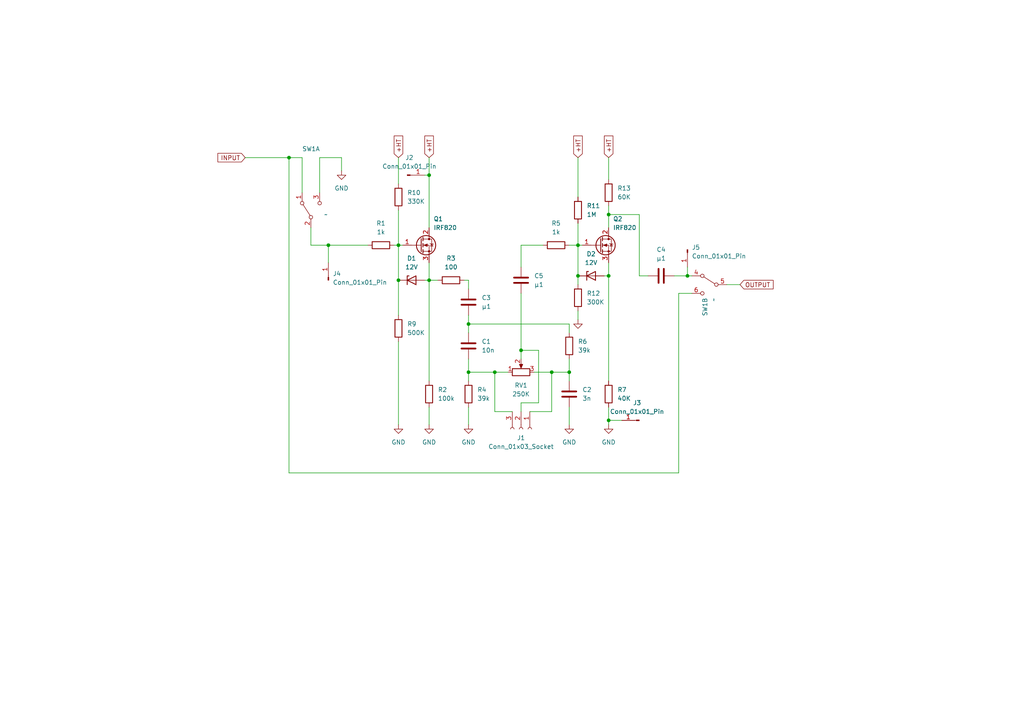
<source format=kicad_sch>
(kicad_sch (version 20230121) (generator eeschema)
  (paper "A4")
  (lib_symbols
    (symbol "Connector:Conn_01x01_Pin" (pin_names (offset 1.016) hide)
      (property "Reference" "J" (at 0 2.54 0))
      (property "Value" "Conn_01x01_Pin" (at 0 -2.54 0))
      (symbol "Conn_01x01_Pin_1_1"
        (polyline (pts (xy 1.27 0) (xy 0.8636 0)) (stroke (width 0.1524)))
        (rectangle (start 0.8636 0.127) (end 0 -0.127) (stroke (width 0.1524)) (fill (type outline)))
        (pin passive line (at 5.08 0 180) (length 3.81) (name "Pin_1") (number "1"))
      )
    )
    (symbol "Connector:Conn_01x03_Socket" (pin_names (offset 1.016) hide)
      (property "Reference" "J" (at 0 5.08 0))
      (property "Value" "Conn_01x03_Socket" (at 0 -5.08 0))
      (symbol "Conn_01x03_Socket_1_1"
        (arc (start 0 -2.032) (mid -0.5058 -2.54) (end 0 -3.048) (stroke (width 0.1524)))
        (polyline (pts (xy -1.27 -2.54) (xy -0.508 -2.54)) (stroke (width 0.1524)))
        (polyline (pts (xy -1.27 0) (xy -0.508 0)) (stroke (width 0.1524)))
        (polyline (pts (xy -1.27 2.54) (xy -0.508 2.54)) (stroke (width 0.1524)))
        (arc (start 0 0.508) (mid -0.5058 0) (end 0 -0.508) (stroke (width 0.1524)))
        (arc (start 0 3.048) (mid -0.5058 2.54) (end 0 2.032) (stroke (width 0.1524)))
        (pin passive line (at -5.08 2.54 0) (length 3.81) (name "Pin_1") (number "1"))
        (pin passive line (at -5.08 0 0) (length 3.81) (name "Pin_2") (number "2"))
        (pin passive line (at -5.08 -2.54 0) (length 3.81) (name "Pin_3") (number "3"))
      )
    )
    (symbol "Device:C" (pin_numbers hide) (pin_names (offset 0.254))
      (property "Reference" "C" (at 0.635 2.54 0))
      (property "Value" "C" (at 0.635 -2.54 0))
      (symbol "C_0_1"
        (polyline (pts (xy -2.032 -0.762) (xy 2.032 -0.762)) (stroke (width 0.508)))
        (polyline (pts (xy -2.032 0.762) (xy 2.032 0.762)) (stroke (width 0.508)))
      )
      (symbol "C_1_1"
        (pin passive line (at 0 3.81 270) (length 2.794) (name "~") (number "1"))
        (pin passive line (at 0 -3.81 90) (length 2.794) (name "~") (number "2"))
      )
    )
    (symbol "Device:D_Zener" (pin_numbers hide) (pin_names (offset 1.016) hide)
      (property "Reference" "D" (at 0 2.54 0))
      (property "Value" "D_Zener" (at 0 -2.54 0))
      (symbol "D_Zener_0_1"
        (polyline (pts (xy 1.27 0) (xy -1.27 0)))
        (polyline (pts (xy -1.27 -1.27) (xy -1.27 1.27) (xy -0.762 1.27)) (stroke (width 0.254)))
        (polyline (pts (xy 1.27 -1.27) (xy 1.27 1.27) (xy -1.27 0) (xy 1.27 -1.27)) (stroke (width 0.254)))
      )
      (symbol "D_Zener_1_1"
        (pin passive line (at -3.81 0 0) (length 2.54) (name "K") (number "1"))
        (pin passive line (at 3.81 0 180) (length 2.54) (name "A") (number "2"))
      )
    )
    (symbol "Device:R" (pin_numbers hide) (pin_names (offset 0))
      (property "Reference" "R" (at 2.032 0 90))
      (property "Value" "R" (at 0 0 90))
      (symbol "R_0_1"
        (rectangle (start -1.016 -2.54) (end 1.016 2.54) (stroke (width 0.254)))
      )
      (symbol "R_1_1"
        (pin passive line (at 0 3.81 270) (length 1.27) (name "~") (number "1"))
        (pin passive line (at 0 -3.81 90) (length 1.27) (name "~") (number "2"))
      )
    )
    (symbol "Device:R_Potentiometer" (pin_names (offset 1.016) hide)
      (property "Reference" "RV" (at -4.445 0 90))
      (property "Value" "R_Potentiometer" (at -2.54 0 90))
      (symbol "R_Potentiometer_0_1"
        (polyline (pts (xy 2.54 0) (xy 1.524 0)))
        (polyline (pts (xy 1.143 0) (xy 2.286 0.508) (xy 2.286 -0.508) (xy 1.143 0)) (fill (type outline)))
        (rectangle (start 1.016 2.54) (end -1.016 -2.54) (stroke (width 0.254)))
      )
      (symbol "R_Potentiometer_1_1"
        (pin passive line (at 0 3.81 270) (length 1.27) (name "1") (number "1"))
        (pin passive line (at 3.81 0 180) (length 1.27) (name "2") (number "2"))
        (pin passive line (at 0 -3.81 90) (length 1.27) (name "3") (number "3"))
      )
    )
    (symbol "Switch:SW_DPDT_x2" (pin_names (offset 0) hide)
      (property "Reference" "SW" (at 0 4.318 0))
      (property "Value" "SW_DPDT_x2" (at 0 -5.08 0))
      (symbol "SW_DPDT_x2_0_0"
        (circle (center -2.032 0) (radius 0.508))
        (circle (center 2.032 -2.54) (radius 0.508))
      )
      (symbol "SW_DPDT_x2_0_1"
        (polyline (pts (xy -1.524 0.254) (xy 1.651 2.286)))
        (circle (center 2.032 2.54) (radius 0.508))
      )
      (symbol "SW_DPDT_x2_1_1"
        (pin passive line (at 5.08 2.54 180) (length 2.54) (name "A") (number "1"))
        (pin passive line (at -5.08 0 0) (length 2.54) (name "B") (number "2"))
        (pin passive line (at 5.08 -2.54 180) (length 2.54) (name "C") (number "3"))
      )
      (symbol "SW_DPDT_x2_2_1"
        (pin passive line (at 5.08 2.54 180) (length 2.54) (name "A") (number "4"))
        (pin passive line (at -5.08 0 0) (length 2.54) (name "B") (number "5"))
        (pin passive line (at 5.08 -2.54 180) (length 2.54) (name "C") (number "6"))
      )
    )
    (symbol "Transistor_FET:IRF740" (pin_names hide)
      (property "Reference" "Q" (at 6.35 1.905 0))
      (property "Value" "IRF740" (at 6.35 0 0))
      (symbol "IRF740_0_1"
        (polyline (pts (xy 0.254 0) (xy -2.54 0)))
        (polyline (pts (xy 0.254 1.905) (xy 0.254 -1.905)) (stroke (width 0.254)))
        (polyline (pts (xy 0.762 -1.27) (xy 0.762 -2.286)) (stroke (width 0.254)))
        (polyline (pts (xy 0.762 0.508) (xy 0.762 -0.508)) (stroke (width 0.254)))
        (polyline (pts (xy 0.762 2.286) (xy 0.762 1.27)) (stroke (width 0.254)))
        (polyline (pts (xy 2.54 2.54) (xy 2.54 1.778)))
        (polyline (pts (xy 2.54 -2.54) (xy 2.54 0) (xy 0.762 0)))
        (polyline (pts (xy 0.762 -1.778) (xy 3.302 -1.778) (xy 3.302 1.778) (xy 0.762 1.778)))
        (polyline (pts (xy 1.016 0) (xy 2.032 0.381) (xy 2.032 -0.381) (xy 1.016 0)) (fill (type outline)))
        (polyline (pts (xy 2.794 0.508) (xy 2.921 0.381) (xy 3.683 0.381) (xy 3.81 0.254)))
        (polyline (pts (xy 3.302 0.381) (xy 2.921 -0.254) (xy 3.683 -0.254) (xy 3.302 0.381)))
        (circle (center 1.651 0) (radius 2.794) (stroke (width 0.254)))
        (circle (center 2.54 -1.778) (radius 0.254) (fill (type outline)))
        (circle (center 2.54 1.778) (radius 0.254) (fill (type outline)))
      )
      (symbol "IRF740_1_1"
        (pin input line (at -5.08 0 0) (length 2.54) (name "G") (number "1"))
        (pin passive line (at 2.54 5.08 270) (length 2.54) (name "D") (number "2"))
        (pin passive line (at 2.54 -5.08 90) (length 2.54) (name "S") (number "3"))
      )
    )
    (symbol "power:GND" (power) (pin_names (offset 0))
      (property "Value" "GND" (at 0 -3.81 0))
      (symbol "GND_0_1"
        (polyline (pts (xy 0 0) (xy 0 -1.27) (xy 1.27 -1.27) (xy 0 -2.54) (xy -1.27 -1.27) (xy 0 -1.27)))
      )
      (symbol "GND_1_1"
        (pin power_in line (at 0 0 270) (length 0) hide (name "GND") (number "1"))
      )
    )
  )
  (junction (at 135.89 93.98))
  (junction (at 167.64 80.01))
  (junction (at 135.89 107.95))
  (junction (at 165.1 107.95))
  (junction (at 143.51 107.95))
  (junction (at 83.82 45.72))
  (junction (at 176.53 80.01))
  (junction (at 167.64 71.12))
  (junction (at 115.57 71.12))
  (junction (at 95.25 71.12))
  (junction (at 160.02 107.95))
  (junction (at 199.39 80.01))
  (junction (at 124.46 50.8))
  (junction (at 115.57 81.28))
  (junction (at 176.53 62.23))
  (junction (at 124.46 81.28))
  (junction (at 176.53 121.92))
  (junction (at 151.13 101.6))
  (wire (pts (xy 176.53 59.69) (xy 176.53 62.23)))
  (wire (pts (xy 124.46 50.8) (xy 124.46 66.04)))
  (wire (pts (xy 156.21 101.6) (xy 151.13 101.6)))
  (wire (pts (xy 83.82 45.72) (xy 83.82 137.16)))
  (wire (pts (xy 143.51 119.38) (xy 143.51 107.95)))
  (wire (pts (xy 115.57 81.28) (xy 115.57 91.44)))
  (wire (pts (xy 87.63 45.72) (xy 87.63 55.88)))
  (wire (pts (xy 106.68 71.12) (xy 95.25 71.12)))
  (wire (pts (xy 151.13 101.6) (xy 151.13 104.14)))
  (wire (pts (xy 151.13 119.38) (xy 151.13 116.84)))
  (wire (pts (xy 99.06 45.72) (xy 99.06 49.53)))
  (wire (pts (xy 135.89 93.98) (xy 165.1 93.98)))
  (wire (pts (xy 115.57 99.06) (xy 115.57 123.19)))
  (wire (pts (xy 135.89 107.95) (xy 135.89 110.49)))
  (wire (pts (xy 199.39 80.01) (xy 200.66 80.01)))
  (wire (pts (xy 154.94 107.95) (xy 160.02 107.95)))
  (wire (pts (xy 176.53 76.2) (xy 176.53 80.01)))
  (wire (pts (xy 124.46 81.28) (xy 124.46 110.49)))
  (wire (pts (xy 115.57 45.72) (xy 115.57 53.34)))
  (wire (pts (xy 185.42 62.23) (xy 176.53 62.23)))
  (wire (pts (xy 95.25 71.12) (xy 90.17 71.12)))
  (wire (pts (xy 135.89 81.28) (xy 135.89 83.82)))
  (wire (pts (xy 151.13 71.12) (xy 151.13 77.47)))
  (wire (pts (xy 167.64 80.01) (xy 167.64 82.55)))
  (wire (pts (xy 135.89 81.28) (xy 134.62 81.28)))
  (wire (pts (xy 167.64 64.77) (xy 167.64 71.12)))
  (wire (pts (xy 176.53 62.23) (xy 176.53 66.04)))
  (wire (pts (xy 114.3 71.12) (xy 115.57 71.12)))
  (wire (pts (xy 123.19 81.28) (xy 124.46 81.28)))
  (wire (pts (xy 124.46 118.11) (xy 124.46 123.19)))
  (wire (pts (xy 156.21 116.84) (xy 156.21 101.6)))
  (wire (pts (xy 165.1 104.14) (xy 165.1 107.95)))
  (wire (pts (xy 83.82 45.72) (xy 87.63 45.72)))
  (wire (pts (xy 176.53 121.92) (xy 180.34 121.92)))
  (wire (pts (xy 160.02 107.95) (xy 165.1 107.95)))
  (wire (pts (xy 176.53 118.11) (xy 176.53 121.92)))
  (wire (pts (xy 167.64 90.17) (xy 167.64 92.71)))
  (wire (pts (xy 123.19 50.8) (xy 124.46 50.8)))
  (wire (pts (xy 165.1 71.12) (xy 167.64 71.12)))
  (wire (pts (xy 167.64 71.12) (xy 168.91 71.12)))
  (wire (pts (xy 71.12 45.72) (xy 83.82 45.72)))
  (wire (pts (xy 135.89 91.44) (xy 135.89 93.98)))
  (wire (pts (xy 124.46 81.28) (xy 127 81.28)))
  (wire (pts (xy 115.57 71.12) (xy 116.84 71.12)))
  (wire (pts (xy 185.42 80.01) (xy 185.42 62.23)))
  (wire (pts (xy 210.82 82.55) (xy 214.63 82.55)))
  (wire (pts (xy 196.85 137.16) (xy 83.82 137.16)))
  (wire (pts (xy 157.48 71.12) (xy 151.13 71.12)))
  (wire (pts (xy 95.25 71.12) (xy 95.25 76.2)))
  (wire (pts (xy 165.1 107.95) (xy 165.1 110.49)))
  (wire (pts (xy 195.58 80.01) (xy 199.39 80.01)))
  (wire (pts (xy 176.53 80.01) (xy 176.53 110.49)))
  (wire (pts (xy 167.64 45.72) (xy 167.64 57.15)))
  (wire (pts (xy 185.42 80.01) (xy 187.96 80.01)))
  (wire (pts (xy 175.26 80.01) (xy 176.53 80.01)))
  (wire (pts (xy 199.39 77.47) (xy 199.39 80.01)))
  (wire (pts (xy 165.1 93.98) (xy 165.1 96.52)))
  (wire (pts (xy 153.67 119.38) (xy 160.02 119.38)))
  (wire (pts (xy 200.66 85.09) (xy 196.85 85.09)))
  (wire (pts (xy 135.89 107.95) (xy 143.51 107.95)))
  (wire (pts (xy 124.46 76.2) (xy 124.46 81.28)))
  (wire (pts (xy 135.89 96.52) (xy 135.89 93.98)))
  (wire (pts (xy 135.89 118.11) (xy 135.89 123.19)))
  (wire (pts (xy 196.85 85.09) (xy 196.85 137.16)))
  (wire (pts (xy 92.71 45.72) (xy 99.06 45.72)))
  (wire (pts (xy 115.57 71.12) (xy 115.57 81.28)))
  (wire (pts (xy 124.46 45.72) (xy 124.46 50.8)))
  (wire (pts (xy 176.53 45.72) (xy 176.53 52.07)))
  (wire (pts (xy 165.1 118.11) (xy 165.1 123.19)))
  (wire (pts (xy 115.57 60.96) (xy 115.57 71.12)))
  (wire (pts (xy 90.17 66.04) (xy 90.17 71.12)))
  (wire (pts (xy 151.13 85.09) (xy 151.13 101.6)))
  (wire (pts (xy 176.53 121.92) (xy 176.53 123.19)))
  (wire (pts (xy 92.71 45.72) (xy 92.71 55.88)))
  (wire (pts (xy 135.89 104.14) (xy 135.89 107.95)))
  (wire (pts (xy 143.51 107.95) (xy 147.32 107.95)))
  (wire (pts (xy 167.64 71.12) (xy 167.64 80.01)))
  (wire (pts (xy 151.13 116.84) (xy 156.21 116.84)))
  (wire (pts (xy 148.59 119.38) (xy 143.51 119.38)))
  (wire (pts (xy 160.02 119.38) (xy 160.02 107.95)))
  (global_label "OUTPUT" (shape input) (at 214.63 82.55 0) (property "Intersheetrefs" "${INTERSHEET_REFS}" (effects hide)))
  (global_label "+HT" (shape input) (at 167.64 45.72 90) (property "Intersheetrefs" "${INTERSHEET_REFS}" (effects hide)))
  (global_label "+HT" (shape input) (at 176.53 45.72 90) (property "Intersheetrefs" "${INTERSHEET_REFS}" (effects hide)))
  (global_label "+HT" (shape input) (at 124.46 45.72 90) (property "Intersheetrefs" "${INTERSHEET_REFS}" (effects hide)))
  (global_label "+HT" (shape input) (at 115.57 45.72 90) (property "Intersheetrefs" "${INTERSHEET_REFS}" (effects hide)))
  (global_label "INPUT" (shape input) (at 71.12 45.72 180) (property "Intersheetrefs" "${INTERSHEET_REFS}" (effects hide)))
  (symbol (lib_id "Device:R") (at 167.64 60.96 0) (unit 1)
    (property "Reference" "R11" (at 170.18 59.69 0) (effects (justify left)))
    (property "Value" "1M" (at 170.18 62.23 0) (effects (justify left)))
    (property "Footprint" "Resistor_THT:R_Axial_DIN0414_L11.9mm_D4.5mm_P5.08mm_Vertical" (effects hide))
    (property "Sim.Device" "R" (effects hide))
    (property "Sim.Pins" "1=+ 2=-" (effects hide))
  )
  (symbol (lib_id "Device:R") (at 115.57 57.15 0) (unit 1)
    (property "Reference" "R10" (at 118.11 55.88 0) (effects (justify left)))
    (property "Value" "330K" (at 118.11 58.42 0) (effects (justify left)))
    (property "Footprint" "Resistor_THT:R_Axial_DIN0414_L11.9mm_D4.5mm_P5.08mm_Vertical" (effects hide))
    (property "Sim.Device" "R" (effects hide))
    (property "Sim.Pins" "1=+ 2=-" (effects hide))
  )
  (symbol (lib_id "Transistor_FET:IRF740") (at 173.99 71.12 0) (unit 1)
    (property "Reference" "Q2" (at 177.8 63.5 0) (effects (justify left)))
    (property "Value" "IRF820" (at 177.8 66.04 0) (effects (justify left)))
    (property "Footprint" "Package_TO_SOT_THT:TO-220-3_Vertical" (effects hide))
    (property "Datasheet" "http://www.vishay.com/docs/91054/91054.pdf" (effects hide))
    (property "Sim.Device" "NMOS" (effects hide))
    (property "Sim.Type" "VDMOS" (effects hide))
    (property "Sim.Pins" "1=G 2=D 3=S" (effects hide))
  )
  (symbol (lib_id "Device:R") (at 176.53 114.3 0) (unit 1)
    (property "Reference" "R7" (at 179.07 113.03 0) (effects (justify left)))
    (property "Value" "40K" (at 179.07 115.57 0) (effects (justify left)))
    (property "Footprint" "Resistor_THT:R_Axial_DIN0414_L11.9mm_D4.5mm_P5.08mm_Vertical" (effects hide))
    (property "Sim.Device" "R" (effects hide))
    (property "Sim.Pins" "1=+ 2=-" (effects hide))
  )
  (symbol (lib_id "Device:R") (at 110.49 71.12 90) (unit 1)
    (property "Reference" "R1" (at 110.49 64.77 90))
    (property "Value" "1k" (at 110.49 67.31 90))
    (property "Footprint" "Resistor_THT:R_Axial_DIN0414_L11.9mm_D4.5mm_P5.08mm_Vertical" (effects hide))
    (property "Sim.Device" "R" (effects hide))
    (property "Sim.Pins" "1=+ 2=-" (effects hide))
  )
  (symbol (lib_id "Device:D_Zener") (at 171.45 80.01 0) (unit 1)
    (property "Reference" "D2" (at 171.45 73.66 0))
    (property "Value" "12V" (at 171.45 76.2 0))
    (property "Footprint" "Diode_THT:D_T-1_P5.08mm_Horizontal" (effects hide))
    (property "Sim.Device" "D" (effects hide))
    (property "Sim.Pins" "1=A 2=K" (effects hide))
  )
  (symbol (lib_id "power:GND") (at 176.53 123.19 0) (unit 1)
    (property "Reference" "#PWR05" (effects hide))
    (property "Value" "GND" (at 176.53 128.27 0))
  )
  (symbol (lib_id "Device:R") (at 135.89 114.3 0) (unit 1)
    (property "Reference" "R4" (at 138.43 113.03 0) (effects (justify left)))
    (property "Value" "39k" (at 138.43 115.57 0) (effects (justify left)))
    (property "Footprint" "Resistor_THT:R_Axial_DIN0414_L11.9mm_D4.5mm_P5.08mm_Vertical" (effects hide))
    (property "Sim.Device" "R" (effects hide))
    (property "Sim.Pins" "1=+ 2=-" (effects hide))
  )
  (symbol (lib_id "Device:C") (at 151.13 81.28 180) (unit 1)
    (property "Reference" "C5" (at 154.94 80.01 0) (effects (justify right)))
    (property "Value" "µ1" (at 154.94 82.55 0) (effects (justify right)))
    (property "Footprint" "Capacitor_THT:C_Disc_D12.5mm_W5.0mm_P7.50mm" (effects hide))
    (property "Sim.Device" "C" (effects hide))
    (property "Sim.Type" "=" (effects hide))
    (property "Sim.Params" "c=µ1" (effects hide))
    (property "Sim.Pins" "1=+ 2=-" (effects hide))
  )
  (symbol (lib_id "Connector:Conn_01x01_Pin") (at 118.11 50.8 0) (unit 1)
    (property "Reference" "J2" (at 118.745 45.72 0))
    (property "Value" "Conn_01x01_Pin" (at 118.745 48.26 0))
    (property "Footprint" "Connector_Wire:SolderWire-0.1sqmm_1x01_D0.4mm_OD1mm" (effects hide))
  )
  (symbol (lib_id "power:GND") (at 167.64 92.71 0) (unit 1)
    (property "Reference" "#PWR07" (effects hide))
    (property "Value" "GND" (effects hide))
  )
  (symbol (lib_id "Device:D_Zener") (at 119.38 81.28 0) (unit 1)
    (property "Reference" "D1" (at 119.38 74.93 0))
    (property "Value" "12V" (at 119.38 77.47 0))
    (property "Footprint" "Diode_THT:D_T-1_P5.08mm_Horizontal" (effects hide))
    (property "Sim.Device" "D" (effects hide))
    (property "Sim.Pins" "1=A 2=K" (effects hide))
  )
  (symbol (lib_id "Connector:Conn_01x03_Socket") (at 151.13 124.46 270) (unit 1)
    (property "Reference" "J1" (at 151.13 127 90))
    (property "Value" "Conn_01x03_Socket" (at 151.13 129.54 90))
    (property "Footprint" "Connector_Wire:SolderWire-0.1sqmm_1x03_P3.6mm_D0.4mm_OD1mm" (effects hide))
  )
  (symbol (lib_id "power:GND") (at 135.89 123.19 0) (unit 1)
    (property "Reference" "#PWR03" (effects hide))
    (property "Value" "GND" (at 135.89 128.27 0))
  )
  (symbol (lib_id "Switch:SW_DPDT_x2") (at 205.74 82.55 0) (mirror y) (unit 2) (on_board no)
    (property "Reference" "SW1" (at 204.47 86.36 90) (effects (justify right)))
    (property "Value" "~" (at 207.01 86.36 90) (effects (justify right)))
    (property "Footprint" "Button_Switch_THT:SW_E-Switch_EG2219_DPDT_Angled" (effects hide))
    (property "Sim.Enable" "0" (effects hide))
  )
  (symbol (lib_id "Device:R_Potentiometer") (at 151.13 107.95 90) (unit 1) (on_board no)
    (property "Reference" "RV1" (at 151.13 111.76 90))
    (property "Value" "250K" (at 151.13 114.3 90))
    (property "Footprint" "Potentiometer_THT:Potentiometer_Alps_RK09L_Single_Horizontal" (effects hide))
    (property "Sim.Device" "R" (effects hide))
    (property "Sim.Type" "POT" (effects hide))
    (property "Sim.Pins" "1=r0 2=wiper 3=r1" (effects hide))
    (property "Sim.Params" "r=\"\"" (effects hide))
  )
  (symbol (lib_id "Device:R") (at 176.53 55.88 0) (unit 1)
    (property "Reference" "R13" (at 179.07 54.61 0) (effects (justify left)))
    (property "Value" "60K" (at 179.07 57.15 0) (effects (justify left)))
    (property "Footprint" "Resistor_THT:R_Axial_DIN0414_L11.9mm_D4.5mm_P5.08mm_Vertical" (effects hide))
    (property "Sim.Device" "R" (effects hide))
    (property "Sim.Pins" "1=+ 2=-" (effects hide))
  )
  (symbol (lib_id "power:GND") (at 124.46 123.19 0) (unit 1)
    (property "Reference" "#PWR02" (effects hide))
    (property "Value" "GND" (at 124.46 128.27 0))
  )
  (symbol (lib_id "Device:R") (at 115.57 95.25 0) (unit 1)
    (property "Reference" "R9" (at 118.11 93.98 0) (effects (justify left)))
    (property "Value" "500K" (at 118.11 96.52 0) (effects (justify left)))
    (property "Footprint" "Resistor_THT:R_Axial_DIN0414_L11.9mm_D4.5mm_P5.08mm_Vertical" (effects hide))
    (property "Sim.Device" "R" (effects hide))
    (property "Sim.Pins" "1=+ 2=-" (effects hide))
  )
  (symbol (lib_id "power:GND") (at 99.06 49.53 0) (unit 1)
    (property "Reference" "#PWR01" (effects hide))
    (property "Value" "GND" (at 99.06 54.61 0))
  )
  (symbol (lib_id "Connector:Conn_01x01_Pin") (at 199.39 72.39 270) (unit 1)
    (property "Reference" "J5" (at 200.66 71.755 90) (effects (justify left)))
    (property "Value" "Conn_01x01_Pin" (at 200.66 74.295 90) (effects (justify left)))
    (property "Footprint" "Connector_Wire:SolderWire-0.1sqmm_1x01_D0.4mm_OD1mm" (effects hide))
  )
  (symbol (lib_id "Device:R") (at 124.46 114.3 0) (unit 1)
    (property "Reference" "R2" (at 127 113.03 0) (effects (justify left)))
    (property "Value" "100k" (at 127 115.57 0) (effects (justify left)))
    (property "Footprint" "Resistor_THT:R_Axial_DIN0414_L11.9mm_D4.5mm_P5.08mm_Vertical" (effects hide))
    (property "Sim.Device" "R" (effects hide))
    (property "Sim.Pins" "1=+ 2=-" (effects hide))
  )
  (symbol (lib_id "Device:C") (at 135.89 100.33 180) (unit 1)
    (property "Reference" "C1" (at 139.7 99.06 0) (effects (justify right)))
    (property "Value" "10n" (at 139.7 101.6 0) (effects (justify right)))
    (property "Footprint" "Capacitor_THT:C_Disc_D12.5mm_W5.0mm_P7.50mm" (effects hide))
    (property "Sim.Device" "C" (effects hide))
    (property "Sim.Pins" "1=+ 2=-" (effects hide))
  )
  (symbol (lib_id "Device:C") (at 165.1 114.3 180) (unit 1)
    (property "Reference" "C2" (at 168.91 113.03 0) (effects (justify right)))
    (property "Value" "3n" (at 168.91 115.57 0) (effects (justify right)))
    (property "Footprint" "Capacitor_THT:C_Disc_D12.5mm_W5.0mm_P7.50mm" (effects hide))
    (property "Sim.Device" "C" (effects hide))
    (property "Sim.Pins" "1=+ 2=-" (effects hide))
  )
  (symbol (lib_id "Device:R") (at 167.64 86.36 0) (unit 1)
    (property "Reference" "R12" (at 170.18 85.09 0) (effects (justify left)))
    (property "Value" "300K" (at 170.18 87.63 0) (effects (justify left)))
    (property "Footprint" "Resistor_THT:R_Axial_DIN0414_L11.9mm_D4.5mm_P5.08mm_Vertical" (effects hide))
    (property "Sim.Device" "R" (effects hide))
    (property "Sim.Pins" "1=+ 2=-" (effects hide))
  )
  (symbol (lib_id "power:GND") (at 115.57 123.19 0) (unit 1)
    (property "Reference" "#PWR06" (effects hide))
    (property "Value" "GND" (at 115.57 128.27 0))
  )
  (symbol (lib_id "Device:C") (at 191.77 80.01 270) (unit 1)
    (property "Reference" "C4" (at 191.77 72.39 90))
    (property "Value" "µ1" (at 191.77 74.93 90))
    (property "Footprint" "Capacitor_THT:C_Disc_D12.5mm_W5.0mm_P7.50mm" (effects hide))
    (property "Sim.Device" "C" (effects hide))
    (property "Sim.Type" "=" (effects hide))
    (property "Sim.Params" "c=µ1" (effects hide))
    (property "Sim.Pins" "1=+ 2=-" (effects hide))
  )
  (symbol (lib_id "Device:R") (at 161.29 71.12 90) (unit 1)
    (property "Reference" "R5" (at 161.29 64.77 90))
    (property "Value" "1k" (at 161.29 67.31 90))
    (property "Footprint" "Resistor_THT:R_Axial_DIN0414_L11.9mm_D4.5mm_P5.08mm_Vertical" (effects hide))
    (property "Sim.Device" "R" (effects hide))
    (property "Sim.Pins" "1=+ 2=-" (effects hide))
  )
  (symbol (lib_id "Device:R") (at 130.81 81.28 90) (unit 1)
    (property "Reference" "R3" (at 130.81 74.93 90))
    (property "Value" "100" (at 130.81 77.47 90))
    (property "Footprint" "Resistor_THT:R_Axial_DIN0414_L11.9mm_D4.5mm_P5.08mm_Vertical" (effects hide))
    (property "Sim.Device" "R" (effects hide))
    (property "Sim.Pins" "1=+ 2=-" (effects hide))
  )
  (symbol (lib_id "Connector:Conn_01x01_Pin") (at 185.42 121.92 180) (unit 1)
    (property "Reference" "J3" (at 184.785 116.84 0))
    (property "Value" "Conn_01x01_Pin" (at 184.785 119.38 0))
    (property "Footprint" "Connector_Wire:SolderWire-0.1sqmm_1x01_D0.4mm_OD1mm" (effects hide))
  )
  (symbol (lib_id "Device:C") (at 135.89 87.63 180) (unit 1)
    (property "Reference" "C3" (at 139.7 86.36 0) (effects (justify right)))
    (property "Value" "µ1" (at 139.7 88.9 0) (effects (justify right)))
    (property "Footprint" "Capacitor_THT:C_Disc_D12.5mm_W5.0mm_P7.50mm" (effects hide))
    (property "Sim.Device" "C" (effects hide))
    (property "Sim.Type" "=" (effects hide))
    (property "Sim.Params" "c=µ1" (effects hide))
    (property "Sim.Pins" "1=+ 2=-" (effects hide))
  )
  (symbol (lib_id "power:GND") (at 165.1 123.19 0) (unit 1)
    (property "Reference" "#PWR04" (effects hide))
    (property "Value" "GND" (at 165.1 128.27 0))
  )
  (symbol (lib_id "Transistor_FET:IRF740") (at 121.92 71.12 0) (unit 1)
    (property "Reference" "Q1" (at 125.73 63.5 0) (effects (justify left)))
    (property "Value" "IRF820" (at 125.73 66.04 0) (effects (justify left)))
    (property "Footprint" "Package_TO_SOT_THT:TO-220-3_Vertical" (effects hide))
    (property "Datasheet" "http://www.vishay.com/docs/91054/91054.pdf" (effects hide))
    (property "Sim.Device" "NMOS" (effects hide))
    (property "Sim.Type" "VDMOS" (effects hide))
    (property "Sim.Pins" "1=G 2=D 3=S" (effects hide))
  )
  (symbol (lib_id "Device:R") (at 165.1 100.33 0) (unit 1)
    (property "Reference" "R6" (at 167.64 99.06 0) (effects (justify left)))
    (property "Value" "39k" (at 167.64 101.6 0) (effects (justify left)))
    (property "Footprint" "Resistor_THT:R_Axial_DIN0414_L11.9mm_D4.5mm_P5.08mm_Vertical" (effects hide))
    (property "Sim.Device" "R" (effects hide))
    (property "Sim.Pins" "1=+ 2=-" (effects hide))
  )
  (symbol (lib_id "Connector:Conn_01x01_Pin") (at 95.25 81.28 90) (unit 1)
    (property "Reference" "J4" (at 96.52 79.375 90) (effects (justify right)))
    (property "Value" "Conn_01x01_Pin" (at 96.52 81.915 90) (effects (justify right)))
    (property "Footprint" "Connector_Wire:SolderWire-0.1sqmm_1x01_D0.4mm_OD1mm" (effects hide))
  )
  (symbol (lib_id "Switch:SW_DPDT_x2") (at 90.17 60.96 90) (unit 1) (on_board no)
    (property "Reference" "SW1" (at 87.63 43.18 90) (effects (justify right)))
    (property "Value" "~" (at 93.98 62.23 90) (effects (justify right)))
    (property "Footprint" "Button_Switch_THT:SW_E-Switch_EG2219_DPDT_Angled" (effects hide))
    (property "Sim.Enable" "0" (effects hide))
  )
)
</source>
